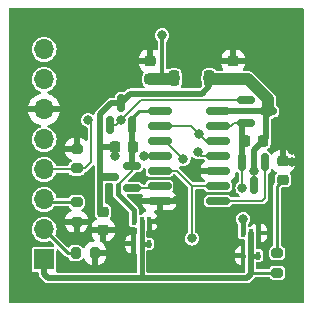
<source format=gbr>
%TF.GenerationSoftware,KiCad,Pcbnew,8.0.6-1.fc41*%
%TF.CreationDate,2024-11-10T15:40:55-05:00*%
%TF.ProjectId,Dead-Time-Insertion-PCB,44656164-2d54-4696-9d65-2d496e736572,rev?*%
%TF.SameCoordinates,Original*%
%TF.FileFunction,Copper,L1,Top*%
%TF.FilePolarity,Positive*%
%FSLAX46Y46*%
G04 Gerber Fmt 4.6, Leading zero omitted, Abs format (unit mm)*
G04 Created by KiCad (PCBNEW 8.0.6-1.fc41) date 2024-11-10 15:40:55*
%MOMM*%
%LPD*%
G01*
G04 APERTURE LIST*
G04 Aperture macros list*
%AMRoundRect*
0 Rectangle with rounded corners*
0 $1 Rounding radius*
0 $2 $3 $4 $5 $6 $7 $8 $9 X,Y pos of 4 corners*
0 Add a 4 corners polygon primitive as box body*
4,1,4,$2,$3,$4,$5,$6,$7,$8,$9,$2,$3,0*
0 Add four circle primitives for the rounded corners*
1,1,$1+$1,$2,$3*
1,1,$1+$1,$4,$5*
1,1,$1+$1,$6,$7*
1,1,$1+$1,$8,$9*
0 Add four rect primitives between the rounded corners*
20,1,$1+$1,$2,$3,$4,$5,0*
20,1,$1+$1,$4,$5,$6,$7,0*
20,1,$1+$1,$6,$7,$8,$9,0*
20,1,$1+$1,$8,$9,$2,$3,0*%
%AMFreePoly0*
4,1,9,3.862500,-0.866500,0.737500,-0.866500,0.737500,-0.450000,-0.737500,-0.450000,-0.737500,0.450000,0.737500,0.450000,0.737500,0.866500,3.862500,0.866500,3.862500,-0.866500,3.862500,-0.866500,$1*%
G04 Aperture macros list end*
%TA.AperFunction,SMDPad,CuDef*%
%ADD10RoundRect,0.100000X-0.100000X0.225000X-0.100000X-0.225000X0.100000X-0.225000X0.100000X0.225000X0*%
%TD*%
%TA.AperFunction,SMDPad,CuDef*%
%ADD11RoundRect,0.225000X-0.225000X-0.250000X0.225000X-0.250000X0.225000X0.250000X-0.225000X0.250000X0*%
%TD*%
%TA.AperFunction,ComponentPad*%
%ADD12R,1.700000X1.700000*%
%TD*%
%TA.AperFunction,ComponentPad*%
%ADD13O,1.700000X1.700000*%
%TD*%
%TA.AperFunction,SMDPad,CuDef*%
%ADD14RoundRect,0.200000X-0.275000X0.200000X-0.275000X-0.200000X0.275000X-0.200000X0.275000X0.200000X0*%
%TD*%
%TA.AperFunction,SMDPad,CuDef*%
%ADD15RoundRect,0.150000X-0.150000X0.587500X-0.150000X-0.587500X0.150000X-0.587500X0.150000X0.587500X0*%
%TD*%
%TA.AperFunction,SMDPad,CuDef*%
%ADD16RoundRect,0.225000X0.250000X-0.225000X0.250000X0.225000X-0.250000X0.225000X-0.250000X-0.225000X0*%
%TD*%
%TA.AperFunction,SMDPad,CuDef*%
%ADD17RoundRect,0.200000X-0.200000X-0.275000X0.200000X-0.275000X0.200000X0.275000X-0.200000X0.275000X0*%
%TD*%
%TA.AperFunction,SMDPad,CuDef*%
%ADD18RoundRect,0.150000X-0.825000X-0.150000X0.825000X-0.150000X0.825000X0.150000X-0.825000X0.150000X0*%
%TD*%
%TA.AperFunction,SMDPad,CuDef*%
%ADD19RoundRect,0.150000X0.587500X0.150000X-0.587500X0.150000X-0.587500X-0.150000X0.587500X-0.150000X0*%
%TD*%
%TA.AperFunction,SMDPad,CuDef*%
%ADD20RoundRect,0.225000X-0.250000X0.225000X-0.250000X-0.225000X0.250000X-0.225000X0.250000X0.225000X0*%
%TD*%
%TA.AperFunction,SMDPad,CuDef*%
%ADD21RoundRect,0.225000X0.225000X0.250000X-0.225000X0.250000X-0.225000X-0.250000X0.225000X-0.250000X0*%
%TD*%
%TA.AperFunction,SMDPad,CuDef*%
%ADD22RoundRect,0.225000X0.225000X-0.425000X0.225000X0.425000X-0.225000X0.425000X-0.225000X-0.425000X0*%
%TD*%
%TA.AperFunction,SMDPad,CuDef*%
%ADD23FreePoly0,90.000000*%
%TD*%
%TA.AperFunction,SMDPad,CuDef*%
%ADD24RoundRect,0.150000X0.150000X-0.587500X0.150000X0.587500X-0.150000X0.587500X-0.150000X-0.587500X0*%
%TD*%
%TA.AperFunction,SMDPad,CuDef*%
%ADD25RoundRect,0.150000X-0.587500X-0.150000X0.587500X-0.150000X0.587500X0.150000X-0.587500X0.150000X0*%
%TD*%
%TA.AperFunction,SMDPad,CuDef*%
%ADD26RoundRect,0.200000X0.275000X-0.200000X0.275000X0.200000X-0.275000X0.200000X-0.275000X-0.200000X0*%
%TD*%
%TA.AperFunction,ViaPad*%
%ADD27C,0.800000*%
%TD*%
%TA.AperFunction,Conductor*%
%ADD28C,1.000000*%
%TD*%
%TA.AperFunction,Conductor*%
%ADD29C,0.300000*%
%TD*%
%TA.AperFunction,Conductor*%
%ADD30C,0.500000*%
%TD*%
%TA.AperFunction,Conductor*%
%ADD31C,0.400000*%
%TD*%
%TA.AperFunction,Conductor*%
%ADD32C,0.250000*%
%TD*%
%TA.AperFunction,Conductor*%
%ADD33C,0.200000*%
%TD*%
G04 APERTURE END LIST*
D10*
%TO.P,Q2,1,E1*%
%TO.N,GND*%
X46150000Y-44050000D03*
%TO.P,Q2,2,B1*%
%TO.N,/DEAD_TIME_CTRL*%
X45500000Y-44050000D03*
%TO.P,Q2,3,C2*%
%TO.N,/L*%
X44850000Y-44050000D03*
%TO.P,Q2,4,E2*%
%TO.N,GND*%
X44850000Y-45950000D03*
%TO.P,Q2,5,B2*%
%TO.N,/DEAD_TIME_CTRL*%
X45500000Y-45950000D03*
%TO.P,Q2,6,C1*%
X46150000Y-45950000D03*
%TD*%
D11*
%TO.P,C5,1*%
%TO.N,+5V*%
X33975000Y-36750000D03*
%TO.P,C5,2*%
%TO.N,/H*%
X35525000Y-36750000D03*
%TD*%
D12*
%TO.P,J1,1,Pin_1*%
%TO.N,/DEAD_TIME_CTRL*%
X28000000Y-46275000D03*
D13*
%TO.P,J1,2,Pin_2*%
%TO.N,/INPUT*%
X28000000Y-43735000D03*
%TO.P,J1,3,Pin_3*%
%TO.N,/INVERT_OUTPUT*%
X28000000Y-41195000D03*
%TO.P,J1,4,Pin_4*%
%TO.N,/~{ENABLE}*%
X28000000Y-38655000D03*
%TO.P,J1,5,Pin_5*%
%TO.N,VCC*%
X28000000Y-36115000D03*
%TO.P,J1,6,Pin_6*%
%TO.N,GND*%
X28000000Y-33575000D03*
%TO.P,J1,7,Pin_7*%
%TO.N,/OUT_L*%
X28000000Y-31035000D03*
%TO.P,J1,8,Pin_8*%
%TO.N,/OUT_H*%
X28000000Y-28495000D03*
%TD*%
D14*
%TO.P,R2,1*%
%TO.N,/INVERT_OUTPUT*%
X30750000Y-41425000D03*
%TO.P,R2,2*%
%TO.N,GND*%
X30750000Y-43075000D03*
%TD*%
D15*
%TO.P,Q6,1,B*%
%TO.N,Net-(Q6-B)*%
X46700000Y-38062500D03*
%TO.P,Q6,2,E*%
%TO.N,/L*%
X44800000Y-38062500D03*
%TO.P,Q6,3,C*%
%TO.N,+5V*%
X45750000Y-39937500D03*
%TD*%
D16*
%TO.P,C4,1*%
%TO.N,+5V*%
X48250000Y-39525000D03*
%TO.P,C4,2*%
%TO.N,GND*%
X48250000Y-37975000D03*
%TD*%
D17*
%TO.P,R1,1*%
%TO.N,/INPUT*%
X30675000Y-45750000D03*
%TO.P,R1,2*%
%TO.N,GND*%
X32325000Y-45750000D03*
%TD*%
D16*
%TO.P,C3,1*%
%TO.N,+5V*%
X44000000Y-31025000D03*
%TO.P,C3,2*%
%TO.N,GND*%
X44000000Y-29475000D03*
%TD*%
D18*
%TO.P,U1,1*%
%TO.N,/H*%
X37775000Y-33690000D03*
%TO.P,U1,2*%
%TO.N,/INVERT_OUTPUT*%
X37775000Y-34960000D03*
%TO.P,U1,3*%
%TO.N,/OUT_H*%
X37775000Y-36230000D03*
%TO.P,U1,4*%
%TO.N,+5V*%
X37775000Y-37500000D03*
%TO.P,U1,5*%
%TO.N,/INPUT*%
X37775000Y-38770000D03*
%TO.P,U1,6*%
%TO.N,Net-(Q4-B)*%
X37775000Y-40040000D03*
%TO.P,U1,7,GND*%
%TO.N,GND*%
X37775000Y-41310000D03*
%TO.P,U1,8*%
%TO.N,Net-(Q6-B)*%
X42725000Y-41310000D03*
%TO.P,U1,9*%
%TO.N,/INPUT*%
X42725000Y-40040000D03*
%TO.P,U1,10*%
%TO.N,GND*%
X42725000Y-38770000D03*
%TO.P,U1,11*%
%TO.N,/OUT_L*%
X42725000Y-37500000D03*
%TO.P,U1,12*%
%TO.N,/INVERT_OUTPUT*%
X42725000Y-36230000D03*
%TO.P,U1,13*%
%TO.N,/L*%
X42725000Y-34960000D03*
%TO.P,U1,14,VCC*%
%TO.N,+5V*%
X42725000Y-33690000D03*
%TD*%
D19*
%TO.P,Q4,1,B*%
%TO.N,Net-(Q4-B)*%
X35437500Y-40250000D03*
%TO.P,Q4,2,E*%
%TO.N,/H*%
X35437500Y-38350000D03*
%TO.P,Q4,3,C*%
%TO.N,+5V*%
X33562500Y-39300000D03*
%TD*%
D20*
%TO.P,C6,1*%
%TO.N,+5V*%
X33000000Y-42225000D03*
%TO.P,C6,2*%
%TO.N,GND*%
X33000000Y-43775000D03*
%TD*%
D21*
%TO.P,C7,1*%
%TO.N,+5V*%
X46525000Y-36250000D03*
%TO.P,C7,2*%
%TO.N,/L*%
X44975000Y-36250000D03*
%TD*%
D22*
%TO.P,U2,1,IN*%
%TO.N,VCC*%
X39000000Y-30950000D03*
D23*
%TO.P,U2,2,GND*%
%TO.N,GND*%
X40500000Y-30862500D03*
D22*
%TO.P,U2,3,OUT*%
%TO.N,+5V*%
X42000000Y-30950000D03*
%TD*%
D10*
%TO.P,Q1,1,E1*%
%TO.N,GND*%
X36900000Y-43050000D03*
%TO.P,Q1,2,B1*%
%TO.N,/DEAD_TIME_CTRL*%
X36250000Y-43050000D03*
%TO.P,Q1,3,C2*%
%TO.N,/H*%
X35600000Y-43050000D03*
%TO.P,Q1,4,E2*%
%TO.N,GND*%
X35600000Y-44950000D03*
%TO.P,Q1,5,B2*%
%TO.N,/DEAD_TIME_CTRL*%
X36250000Y-44950000D03*
%TO.P,Q1,6,C1*%
X36900000Y-44950000D03*
%TD*%
D24*
%TO.P,Q5,1,B*%
%TO.N,/~{ENABLE}*%
X33550000Y-34937500D03*
%TO.P,Q5,2,E*%
%TO.N,/H*%
X35450000Y-34937500D03*
%TO.P,Q5,3,C*%
%TO.N,+5V*%
X34500000Y-33062500D03*
%TD*%
D16*
%TO.P,C8,1*%
%TO.N,VCC*%
X37000000Y-31025000D03*
%TO.P,C8,2*%
%TO.N,GND*%
X37000000Y-29475000D03*
%TD*%
D14*
%TO.P,R4,1*%
%TO.N,+5V*%
X47750000Y-45750000D03*
%TO.P,R4,2*%
%TO.N,/DEAD_TIME_CTRL*%
X47750000Y-47400000D03*
%TD*%
D25*
%TO.P,Q7,1,B*%
%TO.N,/~{ENABLE}*%
X45062500Y-32800000D03*
%TO.P,Q7,2,E*%
%TO.N,/L*%
X45062500Y-34700000D03*
%TO.P,Q7,3,C*%
%TO.N,+5V*%
X46937500Y-33750000D03*
%TD*%
D26*
%TO.P,R3,1*%
%TO.N,/~{ENABLE}*%
X30750000Y-38575000D03*
%TO.P,R3,2*%
%TO.N,GND*%
X30750000Y-36925000D03*
%TD*%
D27*
%TO.N,VCC*%
X38000000Y-27300000D03*
%TO.N,GND*%
X36000000Y-49000000D03*
X44000000Y-28000000D03*
X48000000Y-49000000D03*
X33000000Y-30750000D03*
X35000000Y-49000000D03*
X26000000Y-43000000D03*
X44000000Y-49000000D03*
X41250000Y-47000000D03*
X49000000Y-45000000D03*
X37000000Y-26000000D03*
X39750000Y-45500000D03*
X49000000Y-48000000D03*
X26000000Y-30000000D03*
X33000000Y-29250000D03*
X46000000Y-49000000D03*
X26000000Y-29000000D03*
X28000000Y-49000000D03*
X34000000Y-49000000D03*
X30750000Y-44250000D03*
X37750000Y-43000000D03*
X49000000Y-30000000D03*
X26000000Y-42000000D03*
X39000000Y-49000000D03*
X44000000Y-26000000D03*
X49000000Y-49000000D03*
X26000000Y-27000000D03*
X40000000Y-26000000D03*
X41250000Y-45500000D03*
X35000000Y-29250000D03*
X26000000Y-34000000D03*
X30250000Y-40000000D03*
X39750000Y-47000000D03*
X37250000Y-47000000D03*
X41000000Y-26000000D03*
X49000000Y-29000000D03*
X47000000Y-49000000D03*
X28000000Y-26000000D03*
X45000000Y-49000000D03*
X43000000Y-28000000D03*
X32000000Y-26000000D03*
X49000000Y-47000000D03*
X44000000Y-47000000D03*
X31000000Y-31250000D03*
X47000000Y-30000000D03*
X30250000Y-30000000D03*
X31000000Y-26000000D03*
X32000000Y-30750000D03*
X47000000Y-31000000D03*
X40500000Y-30862500D03*
X26000000Y-33000000D03*
X34250000Y-46985422D03*
X46000000Y-26000000D03*
X49000000Y-28000000D03*
X32000000Y-29250000D03*
X31000000Y-29250000D03*
X34250000Y-44500000D03*
X26000000Y-32000000D03*
X30250000Y-33000000D03*
X43000000Y-26000000D03*
X40000000Y-49000000D03*
X30000000Y-49000000D03*
X34000000Y-29250000D03*
X26000000Y-41000000D03*
X38000000Y-26000000D03*
X49000000Y-42000000D03*
X26000000Y-48000000D03*
X35450000Y-46985422D03*
X30250000Y-34000000D03*
X27000000Y-26000000D03*
X39250000Y-41250000D03*
X49000000Y-31000000D03*
X46150000Y-43000000D03*
X29000000Y-49000000D03*
X26000000Y-35000000D03*
X29500000Y-30750000D03*
X48000000Y-26000000D03*
X29000000Y-26000000D03*
X33000000Y-49000000D03*
X42000000Y-49000000D03*
X49000000Y-27000000D03*
X37000000Y-49000000D03*
X33000000Y-26000000D03*
X38000000Y-49000000D03*
X29250000Y-42500000D03*
X26000000Y-28000000D03*
X34000000Y-26000000D03*
X26000000Y-26000000D03*
X46000000Y-28000000D03*
X49000000Y-46000000D03*
X27000000Y-49000000D03*
X49000000Y-44000000D03*
X26000000Y-38000000D03*
X49000000Y-35000000D03*
X47000000Y-29000000D03*
X41000000Y-38800000D03*
X30250000Y-32000000D03*
X26000000Y-40000000D03*
X47000000Y-26000000D03*
X42000000Y-28000000D03*
X26000000Y-46000000D03*
X49000000Y-36000000D03*
X42500000Y-47000000D03*
X35000000Y-26000000D03*
X41000000Y-28000000D03*
X26000000Y-49000000D03*
X36000000Y-26000000D03*
X49000000Y-37000000D03*
X49000000Y-33000000D03*
X26000000Y-31000000D03*
X43000000Y-49000000D03*
X39000000Y-29000000D03*
X45000000Y-26000000D03*
X45000000Y-28000000D03*
X26000000Y-36000000D03*
X40000000Y-28000000D03*
X42000000Y-26000000D03*
X30000000Y-26000000D03*
X26000000Y-45000000D03*
X40000000Y-29000000D03*
X26000000Y-44000000D03*
X41000000Y-49000000D03*
X26000000Y-39000000D03*
X26000000Y-37000000D03*
X49000000Y-26000000D03*
X41000000Y-29000000D03*
X39000000Y-26000000D03*
X30000000Y-47000000D03*
X26000000Y-47000000D03*
X47000000Y-28000000D03*
X49000000Y-32000000D03*
X31000000Y-49000000D03*
X38500000Y-47000000D03*
X49000000Y-34000000D03*
X33000000Y-47000000D03*
X35000000Y-30750000D03*
X32000000Y-49000000D03*
X49000000Y-43000000D03*
X49000000Y-38000000D03*
X34000000Y-30750000D03*
X49000000Y-41000000D03*
%TO.N,/INPUT*%
X40500000Y-44500000D03*
%TO.N,/INVERT_OUTPUT*%
X41150000Y-35650000D03*
%TO.N,/~{ENABLE}*%
X31750000Y-34500000D03*
X34504724Y-34504724D03*
%TO.N,/OUT_H*%
X39800000Y-37800000D03*
%TO.N,/OUT_L*%
X41000000Y-37200000D03*
%TO.N,+5V*%
X33975000Y-37550000D03*
X48250000Y-39525000D03*
X36500000Y-37550000D03*
X45750000Y-38800000D03*
%TO.N,/L*%
X44800000Y-40250000D03*
X44850000Y-42860000D03*
%TD*%
D28*
%TO.N,VCC*%
X38925000Y-31025000D02*
X39000000Y-30950000D01*
D29*
X38000000Y-27300000D02*
X38000000Y-30625000D01*
D28*
X38400000Y-31025000D02*
X38925000Y-31025000D01*
D30*
X36795000Y-30820000D02*
X37000000Y-31025000D01*
D28*
X37000000Y-31025000D02*
X38400000Y-31025000D01*
D29*
X38000000Y-30625000D02*
X38400000Y-31025000D01*
D31*
%TO.N,GND*%
X46150000Y-43000000D02*
X46150000Y-44050000D01*
D30*
X39190000Y-41310000D02*
X39250000Y-41250000D01*
X37775000Y-41310000D02*
X39190000Y-41310000D01*
D31*
X44800000Y-46000000D02*
X44850000Y-45950000D01*
D30*
%TO.N,/DEAD_TIME_CTRL*%
X28000000Y-47500000D02*
X28350000Y-47850000D01*
D31*
X36900000Y-44950000D02*
X36250000Y-44950000D01*
X36250000Y-43050000D02*
X36250000Y-44950000D01*
X46150000Y-45950000D02*
X45500000Y-45950000D01*
D32*
X47750000Y-47400000D02*
X45600000Y-47400000D01*
D30*
X45150000Y-47850000D02*
X45500000Y-47500000D01*
D32*
X45600000Y-47400000D02*
X45500000Y-47500000D01*
D30*
X45500000Y-47500000D02*
X45500000Y-44050000D01*
X34250000Y-47850000D02*
X45150000Y-47850000D01*
X28000000Y-46275000D02*
X28000000Y-47500000D01*
X28350000Y-47850000D02*
X34250000Y-47850000D01*
D31*
X36250000Y-44950000D02*
X36250000Y-47600000D01*
D33*
%TO.N,/INPUT*%
X39230000Y-38770000D02*
X37775000Y-38770000D01*
X40500000Y-40040000D02*
X39230000Y-38770000D01*
X40500000Y-44500000D02*
X40500000Y-40040000D01*
X40500000Y-40040000D02*
X42725000Y-40040000D01*
D32*
X28000000Y-43449092D02*
X28000000Y-43520000D01*
D30*
X37745000Y-38800000D02*
X37775000Y-38770000D01*
D32*
X30015000Y-45750000D02*
X28000000Y-43735000D01*
X30675000Y-45750000D02*
X30015000Y-45750000D01*
%TO.N,/INVERT_OUTPUT*%
X30750000Y-41425000D02*
X28230000Y-41425000D01*
D33*
X41730000Y-36230000D02*
X42725000Y-36230000D01*
D32*
X28230000Y-41425000D02*
X28000000Y-41195000D01*
D33*
X41150000Y-35650000D02*
X40460000Y-34960000D01*
X40460000Y-34960000D02*
X37775000Y-34960000D01*
X41150000Y-35650000D02*
X41730000Y-36230000D01*
%TO.N,/~{ENABLE}*%
X32000000Y-34750000D02*
X32000000Y-38000000D01*
X28000000Y-38655000D02*
X31020000Y-38655000D01*
X45062500Y-32800000D02*
X36209448Y-32800000D01*
X34071948Y-34937500D02*
X33550000Y-34937500D01*
X31750000Y-34500000D02*
X32000000Y-34750000D01*
X36209448Y-32800000D02*
X34504724Y-34504724D01*
X34504724Y-34504724D02*
X34071948Y-34937500D01*
X31425000Y-38575000D02*
X30750000Y-38575000D01*
X32000000Y-38000000D02*
X31425000Y-38575000D01*
%TO.N,/OUT_H*%
X38230000Y-36230000D02*
X37775000Y-36230000D01*
X39800000Y-37800000D02*
X38230000Y-36230000D01*
D32*
X28062000Y-27979000D02*
X28008000Y-27925000D01*
%TO.N,/OUT_L*%
X28008000Y-30465000D02*
X28059500Y-30516500D01*
D33*
X41000000Y-37200000D02*
X41300000Y-37500000D01*
X41300000Y-37500000D02*
X42725000Y-37500000D01*
D32*
X28008000Y-30465000D02*
X28122000Y-30579000D01*
D30*
%TO.N,+5V*%
X42000000Y-31600000D02*
X42000000Y-30950000D01*
X32750000Y-34000000D02*
X32750000Y-41975000D01*
X34500000Y-33062500D02*
X33687500Y-33062500D01*
X41350000Y-32250000D02*
X42000000Y-31600000D01*
D33*
X37775000Y-37500000D02*
X36550000Y-37500000D01*
X36550000Y-37500000D02*
X36500000Y-37550000D01*
D30*
X34500000Y-33062500D02*
X35312500Y-32250000D01*
X46877500Y-33690000D02*
X46937500Y-33750000D01*
X35312500Y-32250000D02*
X41350000Y-32250000D01*
X46750000Y-33937500D02*
X46937500Y-33750000D01*
D33*
X45750000Y-39937500D02*
X45750000Y-38800000D01*
D30*
X42725000Y-33690000D02*
X46877500Y-33690000D01*
X32750000Y-41975000D02*
X33000000Y-42225000D01*
D28*
X44000000Y-31025000D02*
X45231238Y-31025000D01*
D30*
X33562500Y-39300000D02*
X32750000Y-39300000D01*
D32*
X47750000Y-40025000D02*
X48250000Y-39525000D01*
D30*
X46750000Y-36025000D02*
X46750000Y-33937500D01*
D32*
X47750000Y-45750000D02*
X47750000Y-40025000D01*
D28*
X44000000Y-31025000D02*
X42075000Y-31025000D01*
X42075000Y-31025000D02*
X42000000Y-30950000D01*
X45231238Y-31025000D02*
X46937500Y-32731262D01*
D30*
X33975000Y-36750000D02*
X32750000Y-36750000D01*
X33687500Y-33062500D02*
X32750000Y-34000000D01*
X46525000Y-36250000D02*
X45750000Y-37025000D01*
X46525000Y-36250000D02*
X46750000Y-36025000D01*
X45750000Y-37025000D02*
X45750000Y-38800000D01*
D28*
X46937500Y-32731262D02*
X46937500Y-33750000D01*
D33*
%TO.N,/H*%
X34250000Y-40000000D02*
X35437500Y-38812500D01*
D31*
X35600000Y-42100000D02*
X35600000Y-43050000D01*
D32*
X35450000Y-34937500D02*
X35450000Y-34300000D01*
D30*
X35450000Y-34937500D02*
X35437500Y-34950000D01*
D32*
X35450000Y-34300000D02*
X36060000Y-33690000D01*
X36060000Y-33690000D02*
X37775000Y-33690000D01*
D33*
X35437500Y-38812500D02*
X35437500Y-38350000D01*
D30*
X35437500Y-34950000D02*
X35437500Y-38350000D01*
D31*
X34250000Y-40000000D02*
X34250000Y-40750000D01*
X34250000Y-40750000D02*
X35600000Y-42100000D01*
%TO.N,/L*%
X44850000Y-42860000D02*
X44850000Y-44050000D01*
D33*
X42725000Y-34960000D02*
X43790000Y-34960000D01*
D30*
X44800000Y-34962500D02*
X45062500Y-34700000D01*
D33*
X44800000Y-40250000D02*
X44800000Y-40450000D01*
D32*
X42735000Y-34950000D02*
X42725000Y-34960000D01*
D33*
X44800000Y-38062500D02*
X44800000Y-40250000D01*
X44050000Y-34700000D02*
X45062500Y-34700000D01*
X43790000Y-34960000D02*
X44050000Y-34700000D01*
D30*
X44800000Y-38062500D02*
X44800000Y-34962500D01*
D33*
%TO.N,Net-(Q4-B)*%
X37565000Y-40250000D02*
X35437500Y-40250000D01*
X37775000Y-40040000D02*
X37565000Y-40250000D01*
%TO.N,Net-(Q6-B)*%
X46700000Y-41050000D02*
X46440000Y-41310000D01*
X46440000Y-41310000D02*
X42725000Y-41310000D01*
D30*
X42725000Y-41310000D02*
X43422500Y-41310000D01*
D33*
X46700000Y-38062500D02*
X46700000Y-41050000D01*
%TD*%
%TA.AperFunction,Conductor*%
%TO.N,GND*%
G36*
X40595879Y-37647226D02*
G01*
X40603201Y-37652440D01*
X40697159Y-37724536D01*
X40843238Y-37785044D01*
X40893196Y-37791621D01*
X40999999Y-37805682D01*
X40999999Y-37805681D01*
X41000000Y-37805682D01*
X41156762Y-37785044D01*
X41156762Y-37785043D01*
X41162754Y-37784255D01*
X41211809Y-37787469D01*
X41260438Y-37800500D01*
X41505973Y-37800500D01*
X41574094Y-37820502D01*
X41608517Y-37853283D01*
X41616391Y-37864311D01*
X41639697Y-37931374D01*
X41623046Y-38000390D01*
X41577986Y-38045981D01*
X41493503Y-38095943D01*
X41493496Y-38095949D01*
X41375949Y-38213496D01*
X41375948Y-38213498D01*
X41291318Y-38356598D01*
X41245007Y-38516000D01*
X42853000Y-38516000D01*
X42921121Y-38536002D01*
X42967614Y-38589658D01*
X42979000Y-38642000D01*
X42979000Y-38898000D01*
X42958998Y-38966121D01*
X42905342Y-39012614D01*
X42853000Y-39024000D01*
X41245007Y-39024000D01*
X41291318Y-39183401D01*
X41375948Y-39326501D01*
X41375949Y-39326503D01*
X41493497Y-39444051D01*
X41577986Y-39494017D01*
X41626438Y-39545910D01*
X41639144Y-39615760D01*
X41616394Y-39675683D01*
X41608520Y-39686712D01*
X41552660Y-39730531D01*
X41505973Y-39739500D01*
X40676661Y-39739500D01*
X40608540Y-39719498D01*
X40587566Y-39702595D01*
X39454019Y-38569047D01*
X39419993Y-38506735D01*
X39425058Y-38435919D01*
X39467605Y-38379084D01*
X39534125Y-38354273D01*
X39591328Y-38363542D01*
X39643238Y-38385044D01*
X39800000Y-38405682D01*
X39956762Y-38385044D01*
X40102841Y-38324536D01*
X40228282Y-38228282D01*
X40324536Y-38102841D01*
X40385044Y-37956762D01*
X40405682Y-37800000D01*
X40401581Y-37768852D01*
X40412520Y-37698706D01*
X40459647Y-37645607D01*
X40528001Y-37626416D01*
X40595879Y-37647226D01*
G37*
%TD.AperFunction*%
%TA.AperFunction,Conductor*%
G36*
X49942121Y-25020002D02*
G01*
X49988614Y-25073658D01*
X50000000Y-25126000D01*
X50000000Y-49874000D01*
X49979998Y-49942121D01*
X49926342Y-49988614D01*
X49874000Y-50000000D01*
X25126000Y-50000000D01*
X25057879Y-49979998D01*
X25011386Y-49926342D01*
X25000000Y-49874000D01*
X25000000Y-41194996D01*
X26944417Y-41194996D01*
X26944417Y-41195003D01*
X26964698Y-41400927D01*
X26964699Y-41400933D01*
X26964700Y-41400934D01*
X26992707Y-41493261D01*
X27024768Y-41598954D01*
X27105771Y-41750500D01*
X27122315Y-41781450D01*
X27253590Y-41941410D01*
X27413550Y-42072685D01*
X27596046Y-42170232D01*
X27794066Y-42230300D01*
X27794070Y-42230300D01*
X27794072Y-42230301D01*
X27999997Y-42250583D01*
X28000000Y-42250583D01*
X28000003Y-42250583D01*
X28205927Y-42230301D01*
X28205928Y-42230300D01*
X28205934Y-42230300D01*
X28403954Y-42170232D01*
X28586450Y-42072685D01*
X28746410Y-41941410D01*
X28865279Y-41796565D01*
X28923955Y-41756598D01*
X28962678Y-41750500D01*
X30012241Y-41750500D01*
X30080362Y-41770502D01*
X30124508Y-41819297D01*
X30146950Y-41863343D01*
X30236655Y-41953048D01*
X30236660Y-41953052D01*
X30271031Y-41970565D01*
X30322646Y-42019313D01*
X30339711Y-42088228D01*
X30316810Y-42155430D01*
X30261212Y-42199581D01*
X30251313Y-42203126D01*
X30182293Y-42224633D01*
X30035159Y-42313578D01*
X30035149Y-42313586D01*
X29913586Y-42435149D01*
X29913578Y-42435159D01*
X29824633Y-42582293D01*
X29773481Y-42746446D01*
X29773481Y-42746447D01*
X29767000Y-42817777D01*
X29767000Y-42821000D01*
X31732999Y-42821000D01*
X31732999Y-42817778D01*
X31726518Y-42746446D01*
X31675366Y-42582293D01*
X31586421Y-42435159D01*
X31586413Y-42435149D01*
X31464850Y-42313586D01*
X31464840Y-42313578D01*
X31317706Y-42224633D01*
X31248686Y-42203126D01*
X31189601Y-42163763D01*
X31161176Y-42098705D01*
X31172436Y-42028607D01*
X31219807Y-41975725D01*
X31228969Y-41970564D01*
X31263342Y-41953050D01*
X31353050Y-41863342D01*
X31379974Y-41810500D01*
X31410646Y-41750304D01*
X31425500Y-41656519D01*
X31425499Y-41193482D01*
X31410646Y-41099696D01*
X31357764Y-40995909D01*
X31353050Y-40986657D01*
X31263342Y-40896949D01*
X31182349Y-40855682D01*
X31150304Y-40839354D01*
X31056519Y-40824500D01*
X31056515Y-40824500D01*
X30443483Y-40824500D01*
X30349697Y-40839353D01*
X30236657Y-40896949D01*
X30146950Y-40986656D01*
X30124508Y-41030703D01*
X30075759Y-41082318D01*
X30012241Y-41099500D01*
X29160377Y-41099500D01*
X29092256Y-41079498D01*
X29045763Y-41025842D01*
X29037439Y-40994960D01*
X29036510Y-40995145D01*
X29035302Y-40989076D01*
X29035300Y-40989071D01*
X29035300Y-40989066D01*
X28975232Y-40791046D01*
X28877685Y-40608550D01*
X28746410Y-40448590D01*
X28586450Y-40317315D01*
X28586448Y-40317314D01*
X28586447Y-40317313D01*
X28403954Y-40219768D01*
X28221662Y-40164471D01*
X28205934Y-40159700D01*
X28205933Y-40159699D01*
X28205927Y-40159698D01*
X28000003Y-40139417D01*
X27999997Y-40139417D01*
X27794072Y-40159698D01*
X27596045Y-40219768D01*
X27413552Y-40317313D01*
X27253590Y-40448590D01*
X27122313Y-40608552D01*
X27024768Y-40791045D01*
X26964698Y-40989072D01*
X26944417Y-41194996D01*
X25000000Y-41194996D01*
X25000000Y-38654996D01*
X26944417Y-38654996D01*
X26944417Y-38655003D01*
X26964698Y-38860927D01*
X26964699Y-38860933D01*
X26964700Y-38860934D01*
X27020240Y-39044026D01*
X27024768Y-39058954D01*
X27105075Y-39209198D01*
X27122315Y-39241450D01*
X27253590Y-39401410D01*
X27413550Y-39532685D01*
X27596046Y-39630232D01*
X27794066Y-39690300D01*
X27794070Y-39690300D01*
X27794072Y-39690301D01*
X27999997Y-39710583D01*
X28000000Y-39710583D01*
X28000003Y-39710583D01*
X28205927Y-39690301D01*
X28205928Y-39690300D01*
X28205934Y-39690300D01*
X28403954Y-39630232D01*
X28586450Y-39532685D01*
X28746410Y-39401410D01*
X28877685Y-39241450D01*
X28975232Y-39058954D01*
X28979489Y-39044922D01*
X29018405Y-38985542D01*
X29083247Y-38956627D01*
X29100063Y-38955500D01*
X30040725Y-38955500D01*
X30108846Y-38975502D01*
X30142658Y-39007435D01*
X30146947Y-39013338D01*
X30146948Y-39013339D01*
X30146950Y-39013342D01*
X30236658Y-39103050D01*
X30236657Y-39103050D01*
X30263526Y-39116740D01*
X30349696Y-39160646D01*
X30443481Y-39175500D01*
X31056518Y-39175499D01*
X31150304Y-39160646D01*
X31263342Y-39103050D01*
X31353050Y-39013342D01*
X31391290Y-38938291D01*
X31440035Y-38886679D01*
X31470937Y-38873791D01*
X31540989Y-38855021D01*
X31609511Y-38815460D01*
X31665460Y-38759511D01*
X32084405Y-38340566D01*
X32146717Y-38306540D01*
X32217532Y-38311605D01*
X32274368Y-38354152D01*
X32299179Y-38420672D01*
X32299500Y-38429661D01*
X32299500Y-42034309D01*
X32302974Y-42047274D01*
X32304002Y-42051108D01*
X32304003Y-42051113D01*
X32320207Y-42111587D01*
X32324500Y-42144198D01*
X32324500Y-42483488D01*
X32340281Y-42583126D01*
X32340282Y-42583127D01*
X32401471Y-42703219D01*
X32412823Y-42714571D01*
X32446849Y-42776883D01*
X32441784Y-42847698D01*
X32399237Y-42904534D01*
X32389875Y-42910907D01*
X32292271Y-42971109D01*
X32292265Y-42971114D01*
X32171114Y-43092265D01*
X32171109Y-43092271D01*
X32081152Y-43238115D01*
X32027257Y-43400758D01*
X32027255Y-43400770D01*
X32017000Y-43501147D01*
X32017000Y-43521000D01*
X33983000Y-43521000D01*
X33983000Y-43501147D01*
X33972744Y-43400770D01*
X33972742Y-43400758D01*
X33918847Y-43238115D01*
X33828890Y-43092271D01*
X33828885Y-43092265D01*
X33707734Y-42971114D01*
X33707728Y-42971109D01*
X33610124Y-42910907D01*
X33562646Y-42858121D01*
X33551243Y-42788046D01*
X33579535Y-42722931D01*
X33587156Y-42714591D01*
X33598528Y-42703220D01*
X33659719Y-42583126D01*
X33675500Y-42483488D01*
X33675500Y-41966512D01*
X33659719Y-41866874D01*
X33598528Y-41746780D01*
X33503220Y-41651472D01*
X33503219Y-41651471D01*
X33422806Y-41610499D01*
X33383126Y-41590281D01*
X33306787Y-41578190D01*
X33242636Y-41547778D01*
X33205109Y-41487510D01*
X33200500Y-41453742D01*
X33200500Y-39926500D01*
X33220502Y-39858379D01*
X33274158Y-39811886D01*
X33326500Y-39800500D01*
X33725148Y-39800500D01*
X33793269Y-39820502D01*
X33839762Y-39874158D01*
X33849480Y-39939015D01*
X33849500Y-39939015D01*
X33849500Y-39939146D01*
X33850070Y-39942950D01*
X33849501Y-39947268D01*
X33849500Y-39947273D01*
X33849500Y-40697273D01*
X33849500Y-40802727D01*
X33876793Y-40904588D01*
X33876794Y-40904590D01*
X33876795Y-40904592D01*
X33929517Y-40995909D01*
X33929525Y-40995919D01*
X35162595Y-42228988D01*
X35196620Y-42291300D01*
X35199500Y-42318083D01*
X35199500Y-43319860D01*
X35199501Y-43319866D01*
X35202414Y-43344989D01*
X35202416Y-43344994D01*
X35247793Y-43447765D01*
X35327232Y-43527204D01*
X35327234Y-43527205D01*
X35327235Y-43527206D01*
X35430009Y-43572585D01*
X35430008Y-43572585D01*
X35431810Y-43572794D01*
X35455135Y-43575500D01*
X35723500Y-43575499D01*
X35791620Y-43595501D01*
X35838113Y-43649156D01*
X35849500Y-43701499D01*
X35849500Y-44024418D01*
X35829498Y-44092539D01*
X35806578Y-44119149D01*
X35800000Y-44124917D01*
X35800000Y-45775080D01*
X35806577Y-45780848D01*
X35844605Y-45840801D01*
X35849500Y-45875580D01*
X35849500Y-47273500D01*
X35829498Y-47341621D01*
X35775842Y-47388114D01*
X35723500Y-47399500D01*
X29143453Y-47399500D01*
X29075332Y-47379498D01*
X29028839Y-47325842D01*
X29018735Y-47255568D01*
X29034359Y-47214794D01*
X29034118Y-47214694D01*
X29037853Y-47205676D01*
X29038687Y-47203499D01*
X29038867Y-47203231D01*
X29050500Y-47144748D01*
X29050500Y-45550017D01*
X29070502Y-45481896D01*
X29124158Y-45435403D01*
X29194432Y-45425299D01*
X29259012Y-45454793D01*
X29265595Y-45460922D01*
X29754534Y-45949861D01*
X29754535Y-45949862D01*
X29815138Y-46010465D01*
X29815139Y-46010466D01*
X29815141Y-46010467D01*
X29889357Y-46053316D01*
X29889359Y-46053316D01*
X29889362Y-46053318D01*
X29972147Y-46075500D01*
X29974026Y-46075500D01*
X29975552Y-46075948D01*
X29980336Y-46076578D01*
X29980237Y-46077323D01*
X30042147Y-46095502D01*
X30086293Y-46144297D01*
X30146949Y-46263341D01*
X30146951Y-46263344D01*
X30236657Y-46353050D01*
X30275299Y-46372738D01*
X30349696Y-46410646D01*
X30443481Y-46425500D01*
X30906518Y-46425499D01*
X31000304Y-46410646D01*
X31113342Y-46353050D01*
X31203050Y-46263342D01*
X31220564Y-46228969D01*
X31269312Y-46177354D01*
X31338227Y-46160288D01*
X31405429Y-46183189D01*
X31449581Y-46238786D01*
X31453126Y-46248686D01*
X31474633Y-46317706D01*
X31563578Y-46464840D01*
X31563586Y-46464850D01*
X31685149Y-46586413D01*
X31685159Y-46586421D01*
X31832293Y-46675366D01*
X31996446Y-46726518D01*
X32067781Y-46732999D01*
X32070999Y-46732999D01*
X32579000Y-46732999D01*
X32582222Y-46732999D01*
X32653553Y-46726518D01*
X32817706Y-46675366D01*
X32964840Y-46586421D01*
X32964850Y-46586413D01*
X33086413Y-46464850D01*
X33086421Y-46464840D01*
X33175366Y-46317706D01*
X33226518Y-46153553D01*
X33226518Y-46153552D01*
X33233000Y-46082222D01*
X33233000Y-46004000D01*
X32579000Y-46004000D01*
X32579000Y-46732999D01*
X32070999Y-46732999D01*
X32071000Y-46732998D01*
X32071000Y-45622000D01*
X32091002Y-45553879D01*
X32144658Y-45507386D01*
X32197000Y-45496000D01*
X33232999Y-45496000D01*
X33232999Y-45417778D01*
X33226518Y-45346446D01*
X33185512Y-45214854D01*
X34892001Y-45214854D01*
X34907650Y-45333718D01*
X34907650Y-45333719D01*
X34968912Y-45481621D01*
X34968917Y-45481629D01*
X35066369Y-45608630D01*
X35193370Y-45706082D01*
X35193378Y-45706087D01*
X35341280Y-45767349D01*
X35341281Y-45767350D01*
X35400000Y-45775079D01*
X35400000Y-45150000D01*
X34892001Y-45150000D01*
X34892001Y-45214854D01*
X33185512Y-45214854D01*
X33175366Y-45182293D01*
X33086421Y-45035159D01*
X33086413Y-45035149D01*
X32964850Y-44913586D01*
X32964840Y-44913578D01*
X32811184Y-44820691D01*
X32812257Y-44818914D01*
X32766376Y-44779595D01*
X32752417Y-44733000D01*
X33254000Y-44733000D01*
X33298853Y-44733000D01*
X33298852Y-44732999D01*
X33399229Y-44722744D01*
X33399241Y-44722742D01*
X33512685Y-44685150D01*
X34892000Y-44685150D01*
X34892000Y-44750000D01*
X35400000Y-44750000D01*
X35400000Y-44124919D01*
X35399999Y-44124919D01*
X35341281Y-44132649D01*
X35193378Y-44193912D01*
X35193370Y-44193917D01*
X35066369Y-44291369D01*
X34968917Y-44418370D01*
X34968912Y-44418378D01*
X34907649Y-44566281D01*
X34892000Y-44685150D01*
X33512685Y-44685150D01*
X33561884Y-44668847D01*
X33707728Y-44578890D01*
X33707734Y-44578885D01*
X33828885Y-44457734D01*
X33828890Y-44457728D01*
X33918847Y-44311884D01*
X33972742Y-44149241D01*
X33972744Y-44149229D01*
X33982999Y-44048852D01*
X33983000Y-44048852D01*
X33983000Y-44029000D01*
X33254000Y-44029000D01*
X33254000Y-44733000D01*
X32752417Y-44733000D01*
X32746002Y-44711585D01*
X32746000Y-44710896D01*
X32746000Y-44029000D01*
X32017000Y-44029000D01*
X32017000Y-44048852D01*
X32027255Y-44149229D01*
X32027257Y-44149241D01*
X32081152Y-44311884D01*
X32171109Y-44457728D01*
X32171114Y-44457734D01*
X32265285Y-44551905D01*
X32299311Y-44614217D01*
X32294246Y-44685032D01*
X32251699Y-44741868D01*
X32185179Y-44766679D01*
X32176191Y-44767000D01*
X32067778Y-44767000D01*
X31996446Y-44773481D01*
X31832293Y-44824633D01*
X31685159Y-44913578D01*
X31685149Y-44913586D01*
X31563586Y-45035149D01*
X31563578Y-45035159D01*
X31474633Y-45182293D01*
X31453126Y-45251313D01*
X31413763Y-45310399D01*
X31348705Y-45338823D01*
X31278607Y-45327562D01*
X31225725Y-45280191D01*
X31220565Y-45271031D01*
X31203052Y-45236660D01*
X31203048Y-45236655D01*
X31113342Y-45146949D01*
X31032349Y-45105682D01*
X31000304Y-45089354D01*
X30906519Y-45074500D01*
X30906515Y-45074500D01*
X30443483Y-45074500D01*
X30349697Y-45089353D01*
X30236657Y-45146949D01*
X30236655Y-45146951D01*
X30143562Y-45240045D01*
X30081250Y-45274071D01*
X30010435Y-45269006D01*
X29965372Y-45240045D01*
X29002267Y-44276940D01*
X28968241Y-44214628D01*
X28973306Y-44143813D01*
X28974955Y-44139621D01*
X28975223Y-44138969D01*
X28975232Y-44138954D01*
X29035300Y-43940934D01*
X29036834Y-43925366D01*
X29055583Y-43735003D01*
X29055583Y-43734996D01*
X29035301Y-43529072D01*
X29035300Y-43529070D01*
X29035300Y-43529066D01*
X28975588Y-43332221D01*
X29767001Y-43332221D01*
X29773481Y-43403553D01*
X29824633Y-43567706D01*
X29913578Y-43714840D01*
X29913586Y-43714850D01*
X30035149Y-43836413D01*
X30035159Y-43836421D01*
X30182293Y-43925366D01*
X30346447Y-43976518D01*
X30417777Y-43982999D01*
X31004000Y-43982999D01*
X31082222Y-43982999D01*
X31153553Y-43976518D01*
X31317706Y-43925366D01*
X31464840Y-43836421D01*
X31464850Y-43836413D01*
X31586413Y-43714850D01*
X31586421Y-43714840D01*
X31675366Y-43567706D01*
X31726518Y-43403553D01*
X31726518Y-43403552D01*
X31733000Y-43332222D01*
X31733000Y-43329000D01*
X31004000Y-43329000D01*
X31004000Y-43982999D01*
X30417777Y-43982999D01*
X30495999Y-43982998D01*
X30496000Y-43982998D01*
X30496000Y-43329000D01*
X29767001Y-43329000D01*
X29767001Y-43332221D01*
X28975588Y-43332221D01*
X28975232Y-43331046D01*
X28877685Y-43148550D01*
X28746410Y-42988590D01*
X28586450Y-42857315D01*
X28586448Y-42857314D01*
X28586447Y-42857313D01*
X28403954Y-42759768D01*
X28282517Y-42722931D01*
X28205934Y-42699700D01*
X28205933Y-42699699D01*
X28205927Y-42699698D01*
X28000003Y-42679417D01*
X27999997Y-42679417D01*
X27794072Y-42699698D01*
X27596045Y-42759768D01*
X27413552Y-42857313D01*
X27253590Y-42988590D01*
X27122313Y-43148552D01*
X27024768Y-43331045D01*
X26964698Y-43529072D01*
X26944417Y-43734996D01*
X26944417Y-43735003D01*
X26964698Y-43940927D01*
X26964699Y-43940933D01*
X26964700Y-43940934D01*
X26986104Y-44011493D01*
X27024768Y-44138954D01*
X27118786Y-44314849D01*
X27122315Y-44321450D01*
X27253590Y-44481410D01*
X27413550Y-44612685D01*
X27596046Y-44710232D01*
X27794066Y-44770300D01*
X27794070Y-44770300D01*
X27794072Y-44770301D01*
X27999997Y-44790583D01*
X28000000Y-44790583D01*
X28000003Y-44790583D01*
X28205927Y-44770301D01*
X28205928Y-44770300D01*
X28205934Y-44770300D01*
X28403954Y-44710232D01*
X28403969Y-44710223D01*
X28404621Y-44709955D01*
X28405002Y-44709913D01*
X28409878Y-44708435D01*
X28410158Y-44709359D01*
X28475211Y-44702363D01*
X28538699Y-44734139D01*
X28541940Y-44737267D01*
X28814078Y-45009405D01*
X28848104Y-45071717D01*
X28843039Y-45142532D01*
X28800492Y-45199368D01*
X28733972Y-45224179D01*
X28724983Y-45224500D01*
X27130249Y-45224500D01*
X27071771Y-45236132D01*
X27071768Y-45236133D01*
X27005448Y-45280448D01*
X26961133Y-45346768D01*
X26961132Y-45346771D01*
X26949500Y-45405249D01*
X26949500Y-47144750D01*
X26961132Y-47203228D01*
X26961133Y-47203231D01*
X27005448Y-47269552D01*
X27071769Y-47313867D01*
X27130252Y-47325500D01*
X27423500Y-47325500D01*
X27491621Y-47345502D01*
X27538114Y-47399158D01*
X27549500Y-47451500D01*
X27549500Y-47559312D01*
X27568848Y-47631516D01*
X27568849Y-47631520D01*
X27580198Y-47673881D01*
X27580201Y-47673887D01*
X27639508Y-47776610D01*
X27639510Y-47776612D01*
X27639511Y-47776614D01*
X28073386Y-48210490D01*
X28073387Y-48210491D01*
X28073389Y-48210492D01*
X28176109Y-48269797D01*
X28176110Y-48269797D01*
X28176113Y-48269799D01*
X28189540Y-48273396D01*
X28200314Y-48276283D01*
X28200318Y-48276284D01*
X28200326Y-48276286D01*
X28290691Y-48300500D01*
X45209309Y-48300500D01*
X45299673Y-48276286D01*
X45323887Y-48269799D01*
X45426614Y-48210489D01*
X45860490Y-47776614D01*
X45860495Y-47776605D01*
X45861881Y-47774800D01*
X45863449Y-47773654D01*
X45866330Y-47770774D01*
X45866779Y-47771223D01*
X45919218Y-47732930D01*
X45961847Y-47725500D01*
X47012241Y-47725500D01*
X47080362Y-47745502D01*
X47124508Y-47794297D01*
X47146950Y-47838343D01*
X47236657Y-47928050D01*
X47275299Y-47947738D01*
X47349696Y-47985646D01*
X47443481Y-48000500D01*
X48056518Y-48000499D01*
X48150304Y-47985646D01*
X48263342Y-47928050D01*
X48353050Y-47838342D01*
X48410646Y-47725304D01*
X48425500Y-47631519D01*
X48425499Y-47168482D01*
X48410646Y-47074696D01*
X48373015Y-47000842D01*
X48353050Y-46961657D01*
X48263342Y-46871949D01*
X48187502Y-46833307D01*
X48150304Y-46814354D01*
X48056519Y-46799500D01*
X48056515Y-46799500D01*
X47443483Y-46799500D01*
X47349697Y-46814353D01*
X47236657Y-46871949D01*
X47146950Y-46961656D01*
X47124508Y-47005703D01*
X47075759Y-47057318D01*
X47012241Y-47074500D01*
X46076500Y-47074500D01*
X46008379Y-47054498D01*
X45961886Y-47000842D01*
X45950500Y-46948500D01*
X45950500Y-46601499D01*
X45970502Y-46533378D01*
X46024158Y-46486885D01*
X46076496Y-46475499D01*
X46294864Y-46475499D01*
X46319991Y-46472585D01*
X46422765Y-46427206D01*
X46502206Y-46347765D01*
X46547585Y-46244991D01*
X46550500Y-46219865D01*
X46550500Y-45981518D01*
X46550500Y-45897273D01*
X46550500Y-45887123D01*
X46550499Y-45887109D01*
X46550499Y-45680140D01*
X46550499Y-45680136D01*
X46547585Y-45655009D01*
X46502206Y-45552235D01*
X46502206Y-45552234D01*
X46422767Y-45472795D01*
X46422765Y-45472794D01*
X46319989Y-45427414D01*
X46319991Y-45427414D01*
X46294869Y-45424500D01*
X46076500Y-45424500D01*
X46008379Y-45404498D01*
X45961886Y-45350842D01*
X45950500Y-45298500D01*
X45950500Y-44875079D01*
X46350000Y-44875079D01*
X46408718Y-44867350D01*
X46408719Y-44867349D01*
X46556621Y-44806087D01*
X46556629Y-44806082D01*
X46683630Y-44708630D01*
X46781082Y-44581629D01*
X46781087Y-44581621D01*
X46842350Y-44433718D01*
X46857999Y-44314849D01*
X46858000Y-44314840D01*
X46858000Y-44250000D01*
X46350000Y-44250000D01*
X46350000Y-44875079D01*
X45950500Y-44875079D01*
X45950500Y-43986267D01*
X45950000Y-43978637D01*
X45950000Y-43850000D01*
X46350000Y-43850000D01*
X46857999Y-43850000D01*
X46857999Y-43785154D01*
X46857998Y-43785145D01*
X46842349Y-43666281D01*
X46842349Y-43666280D01*
X46781087Y-43518378D01*
X46781082Y-43518370D01*
X46683630Y-43391369D01*
X46556629Y-43293917D01*
X46556621Y-43293912D01*
X46408718Y-43232649D01*
X46350000Y-43224919D01*
X46350000Y-43850000D01*
X45950000Y-43850000D01*
X45950000Y-43224919D01*
X45949999Y-43224919D01*
X45891281Y-43232649D01*
X45743378Y-43293912D01*
X45743370Y-43293917D01*
X45616371Y-43391368D01*
X45552040Y-43475205D01*
X45494701Y-43517072D01*
X45452078Y-43524500D01*
X45376500Y-43524500D01*
X45308379Y-43504498D01*
X45261886Y-43450842D01*
X45250500Y-43398500D01*
X45250500Y-43367259D01*
X45270502Y-43299138D01*
X45276538Y-43290555D01*
X45316776Y-43238115D01*
X45374536Y-43162841D01*
X45435044Y-43016762D01*
X45455682Y-42860000D01*
X45454365Y-42850000D01*
X45441860Y-42755009D01*
X45435044Y-42703238D01*
X45374536Y-42557159D01*
X45278282Y-42431718D01*
X45152841Y-42335464D01*
X45006762Y-42274956D01*
X45006760Y-42274955D01*
X44850000Y-42254318D01*
X44693239Y-42274955D01*
X44547160Y-42335463D01*
X44547157Y-42335465D01*
X44421718Y-42431718D01*
X44325465Y-42557157D01*
X44325463Y-42557160D01*
X44264955Y-42703239D01*
X44244318Y-42859999D01*
X44244318Y-42860000D01*
X44264955Y-43016760D01*
X44325463Y-43162839D01*
X44325468Y-43162847D01*
X44423462Y-43290555D01*
X44449063Y-43356775D01*
X44449500Y-43367259D01*
X44449500Y-44319860D01*
X44449501Y-44319866D01*
X44452414Y-44344989D01*
X44452416Y-44344994D01*
X44497793Y-44447765D01*
X44577232Y-44527204D01*
X44577234Y-44527205D01*
X44577235Y-44527206D01*
X44680009Y-44572585D01*
X44680008Y-44572585D01*
X44684478Y-44573103D01*
X44705135Y-44575500D01*
X44923499Y-44575499D01*
X44991620Y-44595501D01*
X45038113Y-44649156D01*
X45049500Y-44701499D01*
X45049500Y-47261205D01*
X45029498Y-47329326D01*
X45012599Y-47350297D01*
X45000305Y-47362592D01*
X44937994Y-47396619D01*
X44911206Y-47399500D01*
X36776500Y-47399500D01*
X36708379Y-47379498D01*
X36661886Y-47325842D01*
X36650500Y-47273500D01*
X36650500Y-46214854D01*
X44142001Y-46214854D01*
X44157650Y-46333718D01*
X44157650Y-46333719D01*
X44218912Y-46481621D01*
X44218917Y-46481629D01*
X44316369Y-46608630D01*
X44443370Y-46706082D01*
X44443378Y-46706087D01*
X44591280Y-46767349D01*
X44591281Y-46767350D01*
X44650000Y-46775079D01*
X44650000Y-46150000D01*
X44142001Y-46150000D01*
X44142001Y-46214854D01*
X36650500Y-46214854D01*
X36650500Y-45685150D01*
X44142000Y-45685150D01*
X44142000Y-45750000D01*
X44650000Y-45750000D01*
X44650000Y-45124919D01*
X44649999Y-45124919D01*
X44591281Y-45132649D01*
X44443378Y-45193912D01*
X44443370Y-45193917D01*
X44316369Y-45291369D01*
X44218917Y-45418370D01*
X44218912Y-45418378D01*
X44157649Y-45566281D01*
X44142000Y-45685150D01*
X36650500Y-45685150D01*
X36650500Y-45601499D01*
X36670502Y-45533378D01*
X36724158Y-45486885D01*
X36776495Y-45475499D01*
X37044864Y-45475499D01*
X37069991Y-45472585D01*
X37172765Y-45427206D01*
X37252206Y-45347765D01*
X37297585Y-45244991D01*
X37300500Y-45219865D01*
X37300500Y-44950500D01*
X37300500Y-44897273D01*
X37300500Y-44887123D01*
X37300499Y-44887109D01*
X37300499Y-44680140D01*
X37300499Y-44680136D01*
X37297585Y-44655009D01*
X37265181Y-44581621D01*
X37252206Y-44552234D01*
X37172767Y-44472795D01*
X37172765Y-44472794D01*
X37069989Y-44427414D01*
X37069991Y-44427414D01*
X37044869Y-44424500D01*
X36776500Y-44424500D01*
X36708379Y-44404498D01*
X36661886Y-44350842D01*
X36650500Y-44298500D01*
X36650500Y-43975580D01*
X36670502Y-43907459D01*
X36693423Y-43880848D01*
X36700000Y-43875080D01*
X36700000Y-43875079D01*
X37100000Y-43875079D01*
X37158718Y-43867350D01*
X37158719Y-43867349D01*
X37306621Y-43806087D01*
X37306629Y-43806082D01*
X37433630Y-43708630D01*
X37531082Y-43581629D01*
X37531087Y-43581621D01*
X37592350Y-43433718D01*
X37607999Y-43314849D01*
X37608000Y-43314840D01*
X37608000Y-43250000D01*
X37100000Y-43250000D01*
X37100000Y-43875079D01*
X36700000Y-43875079D01*
X36700000Y-42976000D01*
X36720002Y-42907879D01*
X36773658Y-42861386D01*
X36826000Y-42850000D01*
X37607999Y-42850000D01*
X37607999Y-42785154D01*
X37607998Y-42785145D01*
X37592349Y-42666281D01*
X37592349Y-42666280D01*
X37531087Y-42518378D01*
X37531082Y-42518370D01*
X37433632Y-42391372D01*
X37371846Y-42343962D01*
X37329979Y-42286624D01*
X37325757Y-42215753D01*
X37360521Y-42153850D01*
X37423234Y-42120569D01*
X37448550Y-42117999D01*
X37521000Y-42117999D01*
X38029000Y-42117999D01*
X38666456Y-42117999D01*
X38703750Y-42115065D01*
X38863400Y-42068681D01*
X39006501Y-41984051D01*
X39006503Y-41984050D01*
X39124050Y-41866503D01*
X39124051Y-41866501D01*
X39208681Y-41723401D01*
X39254993Y-41564000D01*
X38029000Y-41564000D01*
X38029000Y-42117999D01*
X37521000Y-42117999D01*
X37521000Y-41564000D01*
X36295007Y-41564000D01*
X36341318Y-41723401D01*
X36425948Y-41866501D01*
X36425949Y-41866503D01*
X36543496Y-41984050D01*
X36543498Y-41984051D01*
X36613935Y-42025708D01*
X36662388Y-42077601D01*
X36675093Y-42147452D01*
X36648018Y-42213083D01*
X36598015Y-42250571D01*
X36493376Y-42293914D01*
X36493370Y-42293917D01*
X36366371Y-42391368D01*
X36302040Y-42475205D01*
X36244701Y-42517072D01*
X36202078Y-42524500D01*
X36126500Y-42524500D01*
X36058379Y-42504498D01*
X36011886Y-42450842D01*
X36000500Y-42398500D01*
X36000500Y-42047274D01*
X35997026Y-42034308D01*
X35973207Y-41945413D01*
X35973205Y-41945410D01*
X35973205Y-41945408D01*
X35920482Y-41854090D01*
X35920478Y-41854085D01*
X35885690Y-41819297D01*
X35845913Y-41779520D01*
X35031988Y-40965595D01*
X34997962Y-40903283D01*
X35003027Y-40832468D01*
X35045574Y-40775632D01*
X35112094Y-40750821D01*
X35121083Y-40750500D01*
X36058255Y-40750500D01*
X36058260Y-40750500D01*
X36126393Y-40740573D01*
X36180594Y-40714075D01*
X36250577Y-40702127D01*
X36315911Y-40729911D01*
X36355853Y-40788607D01*
X36357720Y-40859579D01*
X36344387Y-40891410D01*
X36341319Y-40896597D01*
X36295007Y-41056000D01*
X39254992Y-41056000D01*
X39208681Y-40896598D01*
X39124051Y-40753498D01*
X39124050Y-40753496D01*
X39006502Y-40635948D01*
X38922013Y-40585982D01*
X38873560Y-40534089D01*
X38860855Y-40464239D01*
X38883609Y-40404309D01*
X38889191Y-40396489D01*
X38889198Y-40396483D01*
X38940573Y-40291393D01*
X38950500Y-40223260D01*
X38950500Y-39856740D01*
X38940573Y-39788607D01*
X38889198Y-39683517D01*
X38889196Y-39683514D01*
X38806485Y-39600803D01*
X38806482Y-39600801D01*
X38701394Y-39549427D01*
X38633261Y-39539500D01*
X38633260Y-39539500D01*
X36916740Y-39539500D01*
X36916738Y-39539500D01*
X36848605Y-39549427D01*
X36743517Y-39600801D01*
X36743514Y-39600803D01*
X36660803Y-39683514D01*
X36660801Y-39683517D01*
X36609427Y-39788605D01*
X36609427Y-39788607D01*
X36601696Y-39841666D01*
X36572083Y-39906191D01*
X36512285Y-39944462D01*
X36477013Y-39949500D01*
X36419027Y-39949500D01*
X36350906Y-39929498D01*
X36316483Y-39896717D01*
X36314196Y-39893514D01*
X36231485Y-39810803D01*
X36231482Y-39810801D01*
X36126394Y-39759427D01*
X36058261Y-39749500D01*
X36058260Y-39749500D01*
X35229661Y-39749500D01*
X35161540Y-39729498D01*
X35115047Y-39675842D01*
X35104943Y-39605568D01*
X35134437Y-39540988D01*
X35140552Y-39534418D01*
X35677960Y-38997011D01*
X35717522Y-38928488D01*
X35717524Y-38928480D01*
X35717608Y-38928279D01*
X35717729Y-38928128D01*
X35721651Y-38921336D01*
X35722710Y-38921947D01*
X35762158Y-38872999D01*
X35829522Y-38850580D01*
X35834016Y-38850500D01*
X36058255Y-38850500D01*
X36058260Y-38850500D01*
X36126393Y-38840573D01*
X36231483Y-38789198D01*
X36314198Y-38706483D01*
X36360304Y-38612170D01*
X36408190Y-38559758D01*
X36476813Y-38541555D01*
X36544384Y-38563341D01*
X36589450Y-38618201D01*
X36599500Y-38667511D01*
X36599500Y-38953261D01*
X36609427Y-39021394D01*
X36660801Y-39126482D01*
X36660803Y-39126485D01*
X36743514Y-39209196D01*
X36743517Y-39209198D01*
X36848607Y-39260573D01*
X36916740Y-39270500D01*
X36916745Y-39270500D01*
X38633255Y-39270500D01*
X38633260Y-39270500D01*
X38701393Y-39260573D01*
X38806483Y-39209198D01*
X38889198Y-39126483D01*
X38889199Y-39126480D01*
X38891483Y-39123283D01*
X38895730Y-39119951D01*
X38896581Y-39119101D01*
X38896683Y-39119203D01*
X38947346Y-39079466D01*
X38994027Y-39070500D01*
X39053339Y-39070500D01*
X39121460Y-39090502D01*
X39142434Y-39107405D01*
X40162595Y-40127566D01*
X40196621Y-40189878D01*
X40199500Y-40216661D01*
X40199500Y-43911531D01*
X40179498Y-43979652D01*
X40150204Y-44011493D01*
X40071720Y-44071715D01*
X39975465Y-44197157D01*
X39975463Y-44197160D01*
X39914955Y-44343239D01*
X39894318Y-44499999D01*
X39894318Y-44500000D01*
X39914955Y-44656760D01*
X39970387Y-44790583D01*
X39975464Y-44802841D01*
X40071718Y-44928282D01*
X40197159Y-45024536D01*
X40343238Y-45085044D01*
X40500000Y-45105682D01*
X40656762Y-45085044D01*
X40802841Y-45024536D01*
X40928282Y-44928282D01*
X41024536Y-44802841D01*
X41085044Y-44656762D01*
X41105682Y-44500000D01*
X41103234Y-44481409D01*
X41085275Y-44344991D01*
X41085044Y-44343238D01*
X41024536Y-44197159D01*
X40928282Y-44071718D01*
X40928280Y-44071716D01*
X40928279Y-44071715D01*
X40849796Y-44011493D01*
X40807929Y-43954156D01*
X40800500Y-43911531D01*
X40800500Y-40466500D01*
X40820502Y-40398379D01*
X40874158Y-40351886D01*
X40926500Y-40340500D01*
X41505973Y-40340500D01*
X41574094Y-40360502D01*
X41608517Y-40393283D01*
X41610803Y-40396485D01*
X41693514Y-40479196D01*
X41693517Y-40479198D01*
X41798607Y-40530573D01*
X41866740Y-40540500D01*
X41866745Y-40540500D01*
X43583255Y-40540500D01*
X43583260Y-40540500D01*
X43651393Y-40530573D01*
X43756483Y-40479198D01*
X43839198Y-40396483D01*
X43890573Y-40291393D01*
X43900500Y-40223260D01*
X43900500Y-39856740D01*
X43890573Y-39788607D01*
X43861677Y-39729498D01*
X43839200Y-39683521D01*
X43839199Y-39683520D01*
X43839198Y-39683517D01*
X43839195Y-39683514D01*
X43833607Y-39675687D01*
X43810302Y-39608624D01*
X43826954Y-39539608D01*
X43872014Y-39494017D01*
X43956499Y-39444053D01*
X43956503Y-39444050D01*
X44074050Y-39326503D01*
X44074051Y-39326501D01*
X44158681Y-39183401D01*
X44205065Y-39023749D01*
X44207187Y-38996787D01*
X44232471Y-38930445D01*
X44289609Y-38888305D01*
X44360459Y-38883744D01*
X44421894Y-38917576D01*
X44443512Y-38939194D01*
X44443515Y-38939196D01*
X44443517Y-38939198D01*
X44443518Y-38939198D01*
X44446711Y-38941478D01*
X44450041Y-38945723D01*
X44450899Y-38946581D01*
X44450795Y-38946684D01*
X44490531Y-38997338D01*
X44499500Y-39044026D01*
X44499500Y-39661531D01*
X44479498Y-39729652D01*
X44450204Y-39761493D01*
X44371720Y-39821715D01*
X44275465Y-39947157D01*
X44275463Y-39947160D01*
X44214955Y-40093239D01*
X44194318Y-40249999D01*
X44194318Y-40250000D01*
X44214955Y-40406760D01*
X44267697Y-40534089D01*
X44275464Y-40552841D01*
X44371718Y-40678282D01*
X44497159Y-40774536D01*
X44497160Y-40774536D01*
X44503711Y-40779563D01*
X44502872Y-40780656D01*
X44545881Y-40825758D01*
X44559321Y-40895471D01*
X44532938Y-40961383D01*
X44475108Y-41002568D01*
X44433891Y-41009500D01*
X43944027Y-41009500D01*
X43875906Y-40989498D01*
X43841483Y-40956717D01*
X43839196Y-40953514D01*
X43756485Y-40870803D01*
X43756482Y-40870801D01*
X43651394Y-40819427D01*
X43583261Y-40809500D01*
X43583260Y-40809500D01*
X41866740Y-40809500D01*
X41866738Y-40809500D01*
X41798605Y-40819427D01*
X41693517Y-40870801D01*
X41693514Y-40870803D01*
X41610803Y-40953514D01*
X41610801Y-40953517D01*
X41559427Y-41058605D01*
X41549500Y-41126738D01*
X41549500Y-41493261D01*
X41559427Y-41561394D01*
X41610801Y-41666482D01*
X41610803Y-41666485D01*
X41693514Y-41749196D01*
X41693517Y-41749198D01*
X41798607Y-41800573D01*
X41866740Y-41810500D01*
X41866745Y-41810500D01*
X43583255Y-41810500D01*
X43583260Y-41810500D01*
X43651393Y-41800573D01*
X43756483Y-41749198D01*
X43839198Y-41666483D01*
X43839199Y-41666480D01*
X43841483Y-41663283D01*
X43845730Y-41659951D01*
X43846581Y-41659101D01*
X43846683Y-41659203D01*
X43897346Y-41619466D01*
X43944027Y-41610500D01*
X46479562Y-41610500D01*
X46555989Y-41590021D01*
X46624511Y-41550460D01*
X46680460Y-41494511D01*
X46940460Y-41234511D01*
X46980022Y-41165988D01*
X47000500Y-41089562D01*
X47000500Y-41010438D01*
X47000500Y-39044026D01*
X47020502Y-38975905D01*
X47053289Y-38941478D01*
X47056477Y-38939200D01*
X47056483Y-38939198D01*
X47139198Y-38856483D01*
X47190573Y-38751393D01*
X47195808Y-38715458D01*
X47225422Y-38650934D01*
X47285220Y-38612663D01*
X47356217Y-38612796D01*
X47415871Y-38651291D01*
X47419333Y-38655481D01*
X47421115Y-38657735D01*
X47542265Y-38778885D01*
X47542274Y-38778892D01*
X47639874Y-38839092D01*
X47687353Y-38891877D01*
X47698756Y-38961952D01*
X47670464Y-39027068D01*
X47662826Y-39035426D01*
X47651472Y-39046780D01*
X47651471Y-39046780D01*
X47610861Y-39126483D01*
X47590281Y-39166874D01*
X47577336Y-39248607D01*
X47574500Y-39266515D01*
X47574500Y-39687982D01*
X47554498Y-39756103D01*
X47537595Y-39777077D01*
X47489540Y-39825131D01*
X47489532Y-39825141D01*
X47446684Y-39899356D01*
X47446683Y-39899359D01*
X47446682Y-39899361D01*
X47433843Y-39947278D01*
X47424500Y-39982148D01*
X47424500Y-45049026D01*
X47404498Y-45117147D01*
X47355703Y-45161293D01*
X47236658Y-45221949D01*
X47236655Y-45221951D01*
X47146949Y-45311657D01*
X47099645Y-45404498D01*
X47089354Y-45424696D01*
X47074500Y-45518481D01*
X47074500Y-45518484D01*
X47074500Y-45981516D01*
X47089353Y-46075302D01*
X47146949Y-46188342D01*
X47236657Y-46278050D01*
X47275299Y-46297738D01*
X47349696Y-46335646D01*
X47443481Y-46350500D01*
X48056518Y-46350499D01*
X48150304Y-46335646D01*
X48263342Y-46278050D01*
X48353050Y-46188342D01*
X48410646Y-46075304D01*
X48425500Y-45981519D01*
X48425499Y-45518482D01*
X48410646Y-45424696D01*
X48373015Y-45350842D01*
X48353050Y-45311657D01*
X48263344Y-45221951D01*
X48263341Y-45221949D01*
X48144297Y-45161293D01*
X48092682Y-45112544D01*
X48075500Y-45049026D01*
X48075500Y-40301500D01*
X48095502Y-40233379D01*
X48149158Y-40186886D01*
X48201500Y-40175500D01*
X48533485Y-40175500D01*
X48533488Y-40175500D01*
X48633126Y-40159719D01*
X48753220Y-40098528D01*
X48848528Y-40003220D01*
X48909719Y-39883126D01*
X48925500Y-39783488D01*
X48925500Y-39266512D01*
X48909719Y-39166874D01*
X48848528Y-39046780D01*
X48837176Y-39035428D01*
X48803150Y-38973116D01*
X48808215Y-38902301D01*
X48850762Y-38845465D01*
X48860125Y-38839092D01*
X48957725Y-38778892D01*
X48957734Y-38778885D01*
X49078885Y-38657734D01*
X49078890Y-38657728D01*
X49168847Y-38511884D01*
X49222742Y-38349241D01*
X49222744Y-38349229D01*
X49232999Y-38248852D01*
X49233000Y-38248852D01*
X49233000Y-38229000D01*
X48122000Y-38229000D01*
X48053879Y-38208998D01*
X48007386Y-38155342D01*
X47996000Y-38103000D01*
X47996000Y-37721000D01*
X48504000Y-37721000D01*
X49233000Y-37721000D01*
X49233000Y-37701147D01*
X49222744Y-37600770D01*
X49222742Y-37600758D01*
X49168847Y-37438115D01*
X49078890Y-37292271D01*
X49078885Y-37292265D01*
X48957734Y-37171114D01*
X48957728Y-37171109D01*
X48811884Y-37081152D01*
X48649241Y-37027257D01*
X48649229Y-37027255D01*
X48548852Y-37017000D01*
X48504000Y-37017000D01*
X48504000Y-37721000D01*
X47996000Y-37721000D01*
X47996000Y-37017000D01*
X47951147Y-37017000D01*
X47850770Y-37027255D01*
X47850758Y-37027257D01*
X47688115Y-37081152D01*
X47542271Y-37171109D01*
X47542265Y-37171114D01*
X47421114Y-37292265D01*
X47421110Y-37292270D01*
X47390345Y-37342147D01*
X47337558Y-37389624D01*
X47267483Y-37401026D01*
X47202368Y-37372732D01*
X47169909Y-37331339D01*
X47139198Y-37268517D01*
X47139196Y-37268515D01*
X47139196Y-37268514D01*
X47056485Y-37185803D01*
X47056482Y-37185801D01*
X46951392Y-37134426D01*
X46947341Y-37133836D01*
X46942931Y-37131811D01*
X46942042Y-37131537D01*
X46942078Y-37131420D01*
X46882817Y-37104218D01*
X46844549Y-37044418D01*
X46844686Y-36973421D01*
X46883185Y-36913769D01*
X46908307Y-36896888D01*
X47003220Y-36848528D01*
X47098528Y-36753220D01*
X47159719Y-36633126D01*
X47175500Y-36533488D01*
X47175500Y-36194200D01*
X47179793Y-36161590D01*
X47188842Y-36127816D01*
X47200500Y-36084309D01*
X47200500Y-34483076D01*
X47220502Y-34414955D01*
X47264352Y-34374495D01*
X47264164Y-34374214D01*
X47265952Y-34373018D01*
X47267110Y-34371951D01*
X47269298Y-34370780D01*
X47269311Y-34370775D01*
X47384042Y-34294114D01*
X47384047Y-34294109D01*
X47390752Y-34287405D01*
X47453064Y-34253379D01*
X47479847Y-34250500D01*
X47558255Y-34250500D01*
X47558260Y-34250500D01*
X47626393Y-34240573D01*
X47731483Y-34189198D01*
X47814198Y-34106483D01*
X47865573Y-34001393D01*
X47875500Y-33933260D01*
X47875500Y-33566740D01*
X47865573Y-33498607D01*
X47814198Y-33393517D01*
X47814196Y-33393514D01*
X47731484Y-33310802D01*
X47708660Y-33299644D01*
X47656246Y-33251755D01*
X47638000Y-33186447D01*
X47638000Y-32662270D01*
X47637999Y-32662266D01*
X47611080Y-32526934D01*
X47558275Y-32399451D01*
X47541007Y-32373607D01*
X47541007Y-32373606D01*
X47491490Y-32299500D01*
X47481614Y-32284719D01*
X45677781Y-30480886D01*
X45563049Y-30404225D01*
X45479218Y-30369501D01*
X45435569Y-30351421D01*
X45435566Y-30351420D01*
X45300235Y-30324500D01*
X45300232Y-30324500D01*
X45300231Y-30324500D01*
X44951783Y-30324500D01*
X44883662Y-30304498D01*
X44837169Y-30250842D01*
X44827065Y-30180568D01*
X44844542Y-30132353D01*
X44918847Y-30011884D01*
X44972742Y-29849241D01*
X44972744Y-29849229D01*
X44982999Y-29748852D01*
X44983000Y-29748852D01*
X44983000Y-29729000D01*
X43017000Y-29729000D01*
X43017000Y-29748852D01*
X43027255Y-29849229D01*
X43027257Y-29849241D01*
X43081152Y-30011884D01*
X43155458Y-30132353D01*
X43174195Y-30200833D01*
X43152936Y-30268571D01*
X43098428Y-30314063D01*
X43048217Y-30324500D01*
X42676031Y-30324500D01*
X42607910Y-30304498D01*
X42580613Y-30278718D01*
X42580540Y-30278792D01*
X42577965Y-30276217D01*
X42574096Y-30272563D01*
X42573530Y-30271785D01*
X42573528Y-30271780D01*
X42478220Y-30176472D01*
X42478219Y-30176471D01*
X42418173Y-30145876D01*
X42358126Y-30115281D01*
X42258488Y-30099500D01*
X41741512Y-30099500D01*
X41641874Y-30115281D01*
X41641872Y-30115281D01*
X41641872Y-30115282D01*
X41521780Y-30176471D01*
X41426471Y-30271780D01*
X41366093Y-30390281D01*
X41365281Y-30391874D01*
X41349500Y-30491512D01*
X41349500Y-30491515D01*
X41349500Y-30664888D01*
X41339909Y-30713106D01*
X41326422Y-30745665D01*
X41326421Y-30745669D01*
X41299500Y-30881004D01*
X41299500Y-31018997D01*
X41302684Y-31035003D01*
X41326420Y-31154328D01*
X41339909Y-31186894D01*
X41349500Y-31235111D01*
X41349500Y-31408486D01*
X41366832Y-31517921D01*
X41363828Y-31518396D01*
X41365392Y-31573209D01*
X41332629Y-31630266D01*
X41200302Y-31762595D01*
X41137990Y-31796620D01*
X41111206Y-31799500D01*
X39691870Y-31799500D01*
X39623749Y-31779498D01*
X39577256Y-31725842D01*
X39567152Y-31655568D01*
X39579603Y-31616297D01*
X39588657Y-31598528D01*
X39634719Y-31508126D01*
X39650500Y-31408488D01*
X39650500Y-31235111D01*
X39660090Y-31186894D01*
X39673580Y-31154328D01*
X39700500Y-31018994D01*
X39700500Y-30881006D01*
X39673580Y-30745672D01*
X39660091Y-30713106D01*
X39650500Y-30664888D01*
X39650500Y-30491515D01*
X39650500Y-30491512D01*
X39634719Y-30391874D01*
X39573528Y-30271780D01*
X39478220Y-30176472D01*
X39478219Y-30176471D01*
X39418173Y-30145876D01*
X39358126Y-30115281D01*
X39258488Y-30099500D01*
X38741512Y-30099500D01*
X38641874Y-30115281D01*
X38560387Y-30156801D01*
X38533703Y-30170397D01*
X38463926Y-30183501D01*
X38398141Y-30156801D01*
X38357235Y-30098773D01*
X38350500Y-30058130D01*
X38350500Y-29201147D01*
X43017000Y-29201147D01*
X43017000Y-29221000D01*
X43746000Y-29221000D01*
X44254000Y-29221000D01*
X44983000Y-29221000D01*
X44983000Y-29201147D01*
X44972744Y-29100770D01*
X44972742Y-29100758D01*
X44918847Y-28938115D01*
X44828890Y-28792271D01*
X44828885Y-28792265D01*
X44707734Y-28671114D01*
X44707728Y-28671109D01*
X44561884Y-28581152D01*
X44399241Y-28527257D01*
X44399229Y-28527255D01*
X44298852Y-28517000D01*
X44254000Y-28517000D01*
X44254000Y-29221000D01*
X43746000Y-29221000D01*
X43746000Y-28517000D01*
X43701147Y-28517000D01*
X43600770Y-28527255D01*
X43600758Y-28527257D01*
X43438115Y-28581152D01*
X43292271Y-28671109D01*
X43292265Y-28671114D01*
X43171114Y-28792265D01*
X43171109Y-28792271D01*
X43081152Y-28938115D01*
X43027257Y-29100758D01*
X43027255Y-29100770D01*
X43017000Y-29201147D01*
X38350500Y-29201147D01*
X38350500Y-27850102D01*
X38370502Y-27781981D01*
X38399797Y-27750139D01*
X38401816Y-27748590D01*
X38428282Y-27728282D01*
X38524536Y-27602841D01*
X38585044Y-27456762D01*
X38605682Y-27300000D01*
X38585044Y-27143238D01*
X38524536Y-26997159D01*
X38428282Y-26871718D01*
X38302841Y-26775464D01*
X38156762Y-26714956D01*
X38156760Y-26714955D01*
X38000000Y-26694318D01*
X37843239Y-26714955D01*
X37697160Y-26775463D01*
X37697157Y-26775465D01*
X37571718Y-26871718D01*
X37475465Y-26997157D01*
X37475463Y-26997160D01*
X37414955Y-27143239D01*
X37394318Y-27299999D01*
X37394318Y-27300000D01*
X37414955Y-27456760D01*
X37475463Y-27602839D01*
X37475465Y-27602842D01*
X37571719Y-27728283D01*
X37600203Y-27750139D01*
X37642071Y-27807476D01*
X37649500Y-27850102D01*
X37649500Y-28435696D01*
X37629498Y-28503817D01*
X37575842Y-28550310D01*
X37505568Y-28560414D01*
X37483867Y-28555300D01*
X37399241Y-28527257D01*
X37399229Y-28527255D01*
X37298852Y-28517000D01*
X37254000Y-28517000D01*
X37254000Y-29603000D01*
X37233998Y-29671121D01*
X37180342Y-29717614D01*
X37128000Y-29729000D01*
X36017000Y-29729000D01*
X36017000Y-29748852D01*
X36027255Y-29849229D01*
X36027257Y-29849241D01*
X36081152Y-30011884D01*
X36171109Y-30157728D01*
X36171114Y-30157734D01*
X36292265Y-30278885D01*
X36292274Y-30278892D01*
X36389874Y-30339092D01*
X36437353Y-30391877D01*
X36448756Y-30461952D01*
X36420464Y-30527068D01*
X36412826Y-30535426D01*
X36401472Y-30546780D01*
X36401471Y-30546780D01*
X36358536Y-30631046D01*
X36340281Y-30666874D01*
X36327801Y-30745672D01*
X36324500Y-30766515D01*
X36324500Y-30817913D01*
X36322079Y-30842495D01*
X36299500Y-30956004D01*
X36299500Y-31093996D01*
X36322079Y-31207504D01*
X36324500Y-31232086D01*
X36324500Y-31283488D01*
X36340281Y-31383126D01*
X36340282Y-31383127D01*
X36401471Y-31503219D01*
X36482657Y-31584405D01*
X36516683Y-31646717D01*
X36511618Y-31717532D01*
X36469071Y-31774368D01*
X36402551Y-31799179D01*
X36393562Y-31799500D01*
X35253191Y-31799500D01*
X35183067Y-31818289D01*
X35138609Y-31830202D01*
X35035890Y-31889507D01*
X35035884Y-31889512D01*
X34830638Y-32094757D01*
X34768326Y-32128782D01*
X34723377Y-32130345D01*
X34683261Y-32124500D01*
X34683260Y-32124500D01*
X34316740Y-32124500D01*
X34316738Y-32124500D01*
X34248605Y-32134427D01*
X34143517Y-32185801D01*
X34143514Y-32185803D01*
X34060803Y-32268514D01*
X34060801Y-32268517D01*
X34009427Y-32373605D01*
X33999500Y-32441738D01*
X33999500Y-32486000D01*
X33979498Y-32554121D01*
X33925842Y-32600614D01*
X33873500Y-32612000D01*
X33628190Y-32612000D01*
X33537825Y-32636213D01*
X33537824Y-32636212D01*
X33513614Y-32642700D01*
X33410889Y-32702008D01*
X33410879Y-32702016D01*
X32389516Y-33723379D01*
X32389508Y-33723389D01*
X32330199Y-33826114D01*
X32330200Y-33826115D01*
X32298511Y-33944377D01*
X32261560Y-34004999D01*
X32197699Y-34036021D01*
X32127204Y-34027591D01*
X32100102Y-34011728D01*
X32052846Y-33975468D01*
X32052842Y-33975465D01*
X32052841Y-33975464D01*
X31977791Y-33944377D01*
X31906760Y-33914955D01*
X31750000Y-33894318D01*
X31593239Y-33914955D01*
X31447160Y-33975463D01*
X31447157Y-33975465D01*
X31321718Y-34071718D01*
X31225465Y-34197157D01*
X31225463Y-34197160D01*
X31164955Y-34343239D01*
X31144318Y-34499999D01*
X31144318Y-34500000D01*
X31164955Y-34656760D01*
X31214653Y-34776740D01*
X31225464Y-34802841D01*
X31321718Y-34928282D01*
X31447159Y-35024536D01*
X31593238Y-35085044D01*
X31593240Y-35085044D01*
X31593242Y-35085045D01*
X31601216Y-35087182D01*
X31600637Y-35089342D01*
X31654862Y-35113323D01*
X31693961Y-35172584D01*
X31699500Y-35209532D01*
X31699500Y-36094046D01*
X31679498Y-36162167D01*
X31625842Y-36208660D01*
X31555568Y-36218764D01*
X31490988Y-36189270D01*
X31484405Y-36183141D01*
X31464850Y-36163586D01*
X31464840Y-36163578D01*
X31317706Y-36074633D01*
X31153552Y-36023481D01*
X31082223Y-36017000D01*
X31004000Y-36017000D01*
X31004000Y-37053000D01*
X30983998Y-37121121D01*
X30930342Y-37167614D01*
X30878000Y-37179000D01*
X29767001Y-37179000D01*
X29767001Y-37182221D01*
X29773481Y-37253553D01*
X29824633Y-37417706D01*
X29913578Y-37564840D01*
X29913586Y-37564850D01*
X30035149Y-37686413D01*
X30035159Y-37686421D01*
X30182294Y-37775366D01*
X30251312Y-37796873D01*
X30310398Y-37836235D01*
X30338823Y-37901293D01*
X30327563Y-37971391D01*
X30280193Y-38024274D01*
X30271033Y-38029433D01*
X30236661Y-38046947D01*
X30236655Y-38046951D01*
X30146949Y-38136657D01*
X30089352Y-38249698D01*
X30086291Y-38259123D01*
X30084667Y-38258595D01*
X30059178Y-38312364D01*
X29998910Y-38349891D01*
X29965141Y-38354500D01*
X29100063Y-38354500D01*
X29031942Y-38334498D01*
X28985449Y-38280842D01*
X28979489Y-38265078D01*
X28975232Y-38251046D01*
X28914089Y-38136657D01*
X28877685Y-38068550D01*
X28746410Y-37908590D01*
X28586450Y-37777315D01*
X28586448Y-37777314D01*
X28586447Y-37777313D01*
X28403954Y-37679768D01*
X28283529Y-37643238D01*
X28205934Y-37619700D01*
X28205933Y-37619699D01*
X28205927Y-37619698D01*
X28000003Y-37599417D01*
X27999997Y-37599417D01*
X27794072Y-37619698D01*
X27596045Y-37679768D01*
X27413552Y-37777313D01*
X27253590Y-37908590D01*
X27122313Y-38068552D01*
X27024768Y-38251045D01*
X26964698Y-38449072D01*
X26944417Y-38654996D01*
X25000000Y-38654996D01*
X25000000Y-33320999D01*
X26663455Y-33320999D01*
X26663456Y-33321000D01*
X27569297Y-33321000D01*
X27534075Y-33382007D01*
X27500000Y-33509174D01*
X27500000Y-33640826D01*
X27534075Y-33767993D01*
X27569297Y-33829000D01*
X26663455Y-33829000D01*
X26711176Y-34017449D01*
X26711179Y-34017456D01*
X26801580Y-34223548D01*
X26924674Y-34411958D01*
X27077097Y-34577534D01*
X27254698Y-34715767D01*
X27254699Y-34715768D01*
X27452628Y-34822882D01*
X27452630Y-34822883D01*
X27641230Y-34887629D01*
X27699165Y-34928666D01*
X27725717Y-34994511D01*
X27712456Y-35064258D01*
X27663591Y-35115763D01*
X27636894Y-35127376D01*
X27596051Y-35139765D01*
X27596046Y-35139767D01*
X27413552Y-35237313D01*
X27253590Y-35368590D01*
X27122313Y-35528552D01*
X27024768Y-35711045D01*
X26964698Y-35909072D01*
X26944417Y-36114996D01*
X26944417Y-36115003D01*
X26964698Y-36320927D01*
X26964699Y-36320933D01*
X26964700Y-36320934D01*
X26992707Y-36413261D01*
X27024768Y-36518954D01*
X27108425Y-36675465D01*
X27122315Y-36701450D01*
X27253590Y-36861410D01*
X27413550Y-36992685D01*
X27596046Y-37090232D01*
X27794066Y-37150300D01*
X27794070Y-37150300D01*
X27794072Y-37150301D01*
X27999997Y-37170583D01*
X28000000Y-37170583D01*
X28000003Y-37170583D01*
X28205927Y-37150301D01*
X28205928Y-37150300D01*
X28205934Y-37150300D01*
X28403954Y-37090232D01*
X28586450Y-36992685D01*
X28746410Y-36861410D01*
X28877685Y-36701450D01*
X28895684Y-36667777D01*
X29767000Y-36667777D01*
X29767000Y-36671000D01*
X30496000Y-36671000D01*
X30496000Y-36016999D01*
X30417778Y-36017000D01*
X30346446Y-36023481D01*
X30182293Y-36074633D01*
X30035159Y-36163578D01*
X30035149Y-36163586D01*
X29913586Y-36285149D01*
X29913578Y-36285159D01*
X29824633Y-36432293D01*
X29773481Y-36596446D01*
X29773481Y-36596447D01*
X29767000Y-36667777D01*
X28895684Y-36667777D01*
X28975232Y-36518954D01*
X29035300Y-36320934D01*
X29041922Y-36253708D01*
X29055583Y-36115003D01*
X29055583Y-36114996D01*
X29035301Y-35909072D01*
X29035300Y-35909070D01*
X29035300Y-35909066D01*
X28975232Y-35711046D01*
X28877685Y-35528550D01*
X28746410Y-35368590D01*
X28586450Y-35237315D01*
X28586448Y-35237314D01*
X28586447Y-35237313D01*
X28403955Y-35139768D01*
X28382042Y-35133121D01*
X28363104Y-35127376D01*
X28303724Y-35088462D01*
X28274808Y-35023620D01*
X28285539Y-34953439D01*
X28332509Y-34900200D01*
X28358769Y-34887629D01*
X28547369Y-34822883D01*
X28547371Y-34822882D01*
X28745300Y-34715768D01*
X28745301Y-34715767D01*
X28922902Y-34577534D01*
X29075325Y-34411958D01*
X29198419Y-34223548D01*
X29288820Y-34017456D01*
X29288823Y-34017449D01*
X29336544Y-33829000D01*
X28430703Y-33829000D01*
X28465925Y-33767993D01*
X28500000Y-33640826D01*
X28500000Y-33509174D01*
X28465925Y-33382007D01*
X28430703Y-33321000D01*
X29336544Y-33321000D01*
X29336544Y-33320999D01*
X29288823Y-33132550D01*
X29288820Y-33132543D01*
X29198419Y-32926451D01*
X29075325Y-32738041D01*
X28922902Y-32572465D01*
X28745301Y-32434232D01*
X28745300Y-32434231D01*
X28547371Y-32327117D01*
X28547368Y-32327116D01*
X28358769Y-32262370D01*
X28300834Y-32221333D01*
X28274282Y-32155488D01*
X28287544Y-32085741D01*
X28336408Y-32034236D01*
X28363105Y-32022623D01*
X28403954Y-32010232D01*
X28586450Y-31912685D01*
X28746410Y-31781410D01*
X28877685Y-31621450D01*
X28975232Y-31438954D01*
X29035300Y-31240934D01*
X29036172Y-31232086D01*
X29055583Y-31035003D01*
X29055583Y-31034996D01*
X29035301Y-30829072D01*
X29035300Y-30829070D01*
X29035300Y-30829066D01*
X28975232Y-30631046D01*
X28877685Y-30448550D01*
X28746410Y-30288590D01*
X28586450Y-30157315D01*
X28586448Y-30157314D01*
X28586447Y-30157313D01*
X28403954Y-30059768D01*
X28398554Y-30058130D01*
X28205934Y-29999700D01*
X28205933Y-29999699D01*
X28205927Y-29999698D01*
X28000003Y-29979417D01*
X27999997Y-29979417D01*
X27794072Y-29999698D01*
X27596045Y-30059768D01*
X27413552Y-30157313D01*
X27253590Y-30288590D01*
X27122313Y-30448552D01*
X27024768Y-30631045D01*
X26964698Y-30829072D01*
X26944417Y-31034996D01*
X26944417Y-31035003D01*
X26964698Y-31240927D01*
X26964699Y-31240933D01*
X26964700Y-31240934D01*
X27007833Y-31383126D01*
X27024768Y-31438954D01*
X27119560Y-31616297D01*
X27122315Y-31621450D01*
X27253590Y-31781410D01*
X27413550Y-31912685D01*
X27596046Y-32010232D01*
X27636893Y-32022622D01*
X27696274Y-32061536D01*
X27725190Y-32126377D01*
X27714461Y-32196558D01*
X27667492Y-32249798D01*
X27641231Y-32262370D01*
X27452628Y-32327118D01*
X27254699Y-32434231D01*
X27254698Y-32434232D01*
X27077097Y-32572465D01*
X26924674Y-32738041D01*
X26801580Y-32926451D01*
X26711179Y-33132543D01*
X26711176Y-33132550D01*
X26663455Y-33320999D01*
X25000000Y-33320999D01*
X25000000Y-28494996D01*
X26944417Y-28494996D01*
X26944417Y-28495003D01*
X26964698Y-28700927D01*
X26964699Y-28700933D01*
X26964700Y-28700934D01*
X27024768Y-28898954D01*
X27122315Y-29081450D01*
X27253590Y-29241410D01*
X27413550Y-29372685D01*
X27596046Y-29470232D01*
X27794066Y-29530300D01*
X27794070Y-29530300D01*
X27794072Y-29530301D01*
X27999997Y-29550583D01*
X28000000Y-29550583D01*
X28000003Y-29550583D01*
X28205927Y-29530301D01*
X28205928Y-29530300D01*
X28205934Y-29530300D01*
X28403954Y-29470232D01*
X28586450Y-29372685D01*
X28746410Y-29241410D01*
X28779453Y-29201147D01*
X36017000Y-29201147D01*
X36017000Y-29221000D01*
X36746000Y-29221000D01*
X36746000Y-28517000D01*
X36701147Y-28517000D01*
X36600770Y-28527255D01*
X36600758Y-28527257D01*
X36438115Y-28581152D01*
X36292271Y-28671109D01*
X36292265Y-28671114D01*
X36171114Y-28792265D01*
X36171109Y-28792271D01*
X36081152Y-28938115D01*
X36027257Y-29100758D01*
X36027255Y-29100770D01*
X36017000Y-29201147D01*
X28779453Y-29201147D01*
X28877685Y-29081450D01*
X28975232Y-28898954D01*
X29035300Y-28700934D01*
X29050136Y-28550310D01*
X29055583Y-28495003D01*
X29055583Y-28494996D01*
X29035301Y-28289072D01*
X29035300Y-28289070D01*
X29035300Y-28289066D01*
X28975232Y-28091046D01*
X28877685Y-27908550D01*
X28746410Y-27748590D01*
X28586450Y-27617315D01*
X28586448Y-27617314D01*
X28586447Y-27617313D01*
X28403954Y-27519768D01*
X28205927Y-27459698D01*
X28000003Y-27439417D01*
X27999997Y-27439417D01*
X27794072Y-27459698D01*
X27596045Y-27519768D01*
X27413552Y-27617313D01*
X27253590Y-27748590D01*
X27122313Y-27908552D01*
X27024768Y-28091045D01*
X26964698Y-28289072D01*
X26944417Y-28494996D01*
X25000000Y-28494996D01*
X25000000Y-25126000D01*
X25020002Y-25057879D01*
X25073658Y-25011386D01*
X25126000Y-25000000D01*
X49874000Y-25000000D01*
X49942121Y-25020002D01*
G37*
%TD.AperFunction*%
%TD*%
M02*

</source>
